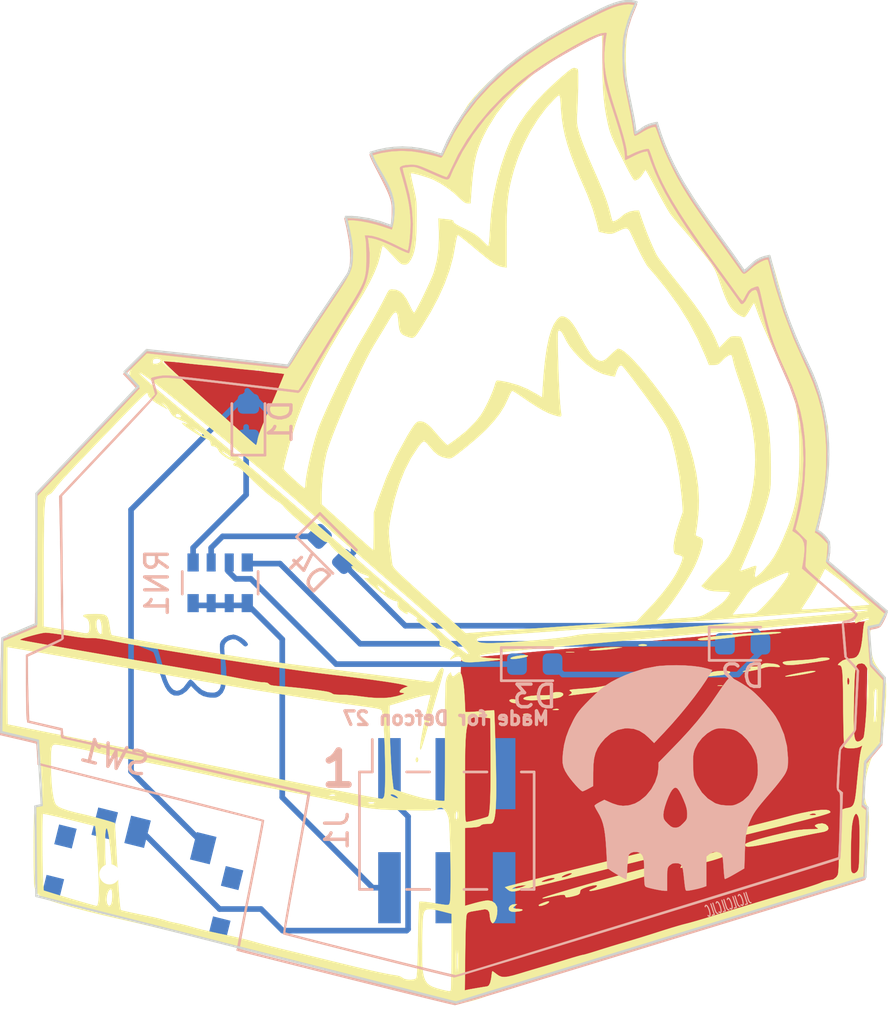
<source format=kicad_pcb>
(kicad_pcb (version 20171130) (host pcbnew 5.1.2)
  (layers (0 F.Cu signal) (31 B.Cu signal) (34 B.Paste user) (35 F.Paste user) (36 B.SilkS user) (37 F.SilkS user) (38 B.Mask user) (39 F.Mask user) (44 Edge.Cuts user))
  (net 0 "")
  (net 1 "Net-(D1-Pad1)")
  (net 2 VCC)
  (net 3 "Net-(D2-Pad1)")
  (net 4 "Net-(D3-Pad1)")
  (net 5 "Net-(D4-Pad1)")
  (net 6 +3V3)
  (net 7 VSS)
  (net 8 "Net-(J1-Pad3)")
  (net 9 "Net-(J1-Pad4)")
  (net 10 "Net-(J1-Pad5)")
  (net 11 "Net-(J1-Pad6)")
  (net 12 "Net-(SW1-Pad1)")
  (module SAO:BPSkull (layer B.Cu) (at 154 116.5 180)
    (fp_text reference Ref** hide)
    (fp_text value Val** hide)
  )
  (module NFCBuisness:W (layer B.Cu) (at 133.75 111 180)
    (fp_text reference Ref** hide)
    (fp_text value Val** hide)
    (fp_poly (pts (xy -1.630587 2.420899) (xy -1.447524 2.328559) (xy -1.311592 2.194757) (xy -1.304211 2.183555) (xy -1.265704 2.11344) (xy -1.244213 2.038839) (xy -1.23774 1.938094) (xy -1.244287 1.789546) (xy -1.255088 1.651) (xy -1.268682 1.442824) (xy -1.279873 1.184894) (xy -1.287394 0.912114) (xy -1.289962 0.690936) (xy -1.289221 0.458958) (xy -1.284387 0.294975) (xy -1.273305 0.182336) (xy -1.25382 0.10439) (xy -1.223775 0.044488) (xy -1.202268 0.013603) (xy -1.116398 -0.071274) (xy -1.002822 -0.111004) (xy -0.929984 -0.119227) (xy -0.68211 -0.100096) (xy -0.454281 -0.00289) (xy -0.240656 0.175182) (xy -0.185776 0.236175) (xy -0.081108 0.349759) (xy 0.009066 0.431822) (xy 0.066141 0.465547) (xy 0.068112 0.465666) (xy 0.123755 0.432548) (xy 0.197182 0.348904) (xy 0.229505 0.301607) (xy 0.376869 0.110873) (xy 0.526913 -0.003226) (xy 0.674284 -0.03902) (xy 0.813631 0.005163) (xy 0.907971 0.089777) (xy 0.988653 0.198585) (xy 1.058934 0.326542) (xy 1.126082 0.490779) (xy 1.197364 0.708426) (xy 1.255985 0.910166) (xy 1.31545 1.12099) (xy 1.377683 1.340443) (xy 1.431333 1.528529) (xy 1.442246 1.566558) (xy 1.521416 1.84195) (xy 1.949565 2.005418) (xy 2.167567 2.084028) (xy 2.315998 2.126297) (xy 2.401001 2.133773) (xy 2.422145 2.124455) (xy 2.452677 2.065526) (xy 2.41974 2.005855) (xy 2.317286 1.940366) (xy 2.13927 1.863979) (xy 2.089887 1.8454) (xy 1.930263 1.78316) (xy 1.799296 1.726134) (xy 1.71927 1.684217) (xy 1.708527 1.676067) (xy 1.680315 1.619963) (xy 1.636526 1.498254) (xy 1.582553 1.327363) (xy 1.52379 1.123712) (xy 1.507251 1.063196) (xy 1.396737 0.68139) (xy 1.290651 0.376432) (xy 1.184846 0.140938) (xy 1.075173 -0.032475) (xy 0.957485 -0.15119) (xy 0.827635 -0.222591) (xy 0.776069 -0.238398) (xy 0.602379 -0.241191) (xy 0.418574 -0.174646) (xy 0.246259 -0.047924) (xy 0.192569 0.009056) (xy 0.041511 0.185533) (xy -0.128458 0.008645) (xy -0.312966 -0.157866) (xy -0.496288 -0.260737) (xy -0.709082 -0.314778) (xy -0.823587 -0.327186) (xy -0.981029 -0.333485) (xy -1.090094 -0.317957) (xy -1.185756 -0.27362) (xy -1.227666 -0.246552) (xy -1.355913 -0.118677) (xy -1.447302 0.068507) (xy -1.502345 0.318683) (xy -1.521551 0.635539) (xy -1.505431 1.022758) (xy -1.460818 1.436924) (xy -1.432055 1.688127) (xy -1.424811 1.871541) (xy -1.442863 2.002167) (xy -1.489991 2.095003) (xy -1.569973 2.165049) (xy -1.656298 2.212878) (xy -1.801342 2.257899) (xy -1.939703 2.239415) (xy -2.087459 2.15265) (xy -2.203421 2.05035) (xy -2.298884 1.96489) (xy -2.361491 1.934189) (xy -2.413708 1.94891) (xy -2.426473 1.957639) (xy -2.473927 2.002339) (xy -2.467648 2.051331) (xy -2.429475 2.110518) (xy -2.32004 2.223928) (xy -2.167499 2.330713) (xy -2.002595 2.413218) (xy -1.856072 2.453788) (xy -1.829026 2.455333) (xy -1.630587 2.420899)) (layer B.Cu) (width 0.01))
  )
  (module SAO:dumpsterFireMiddle (layer F.Cu) (at 146.5 101.5)
    (fp_text reference Ref** hide)
    (fp_text value Val** hide)
  )
  (module LOGO (layer F.Cu) (at 145 103.25)
    (fp_text reference G*** hide)
    (fp_text value LOGO hide)
  )
  (module LOGO (layer F.Cu) (at 145 103.25)
    (fp_text reference G*** hide)
    (fp_text value LOGO hide)
    (fp_poly (pts (xy 18.691254 4.750342) (xy 18.692075 4.874373) (xy 18.690973 5.070962) (xy 18.688084 5.334071) (xy 18.683543 5.657664) (xy 18.677487 6.035704) (xy 18.670052 6.462156) (xy 18.661372 6.930982) (xy 18.651586 7.436146) (xy 18.640828 7.971611) (xy 18.629234 8.531342) (xy 18.616941 9.109301) (xy 18.604085 9.699453) (xy 18.590801 10.29576) (xy 18.577226 10.892186) (xy 18.563495 11.482695) (xy 18.549744 12.061251) (xy 18.536111 12.621816) (xy 18.522729 13.158355) (xy 18.509737 13.664831) (xy 18.497269 14.135207) (xy 18.485461 14.563447) (xy 18.47445 14.943514) (xy 18.464371 15.269373) (xy 18.455361 15.534986) (xy 18.447555 15.734317) (xy 18.44109 15.86133) (xy 18.436102 15.909988) (xy 18.435922 15.910231) (xy 18.393588 15.924635) (xy 18.274707 15.962189) (xy 18.083773 16.021531) (xy 17.825278 16.101294) (xy 17.503716 16.200115) (xy 17.123579 16.31663) (xy 16.689362 16.449474) (xy 16.205557 16.597284) (xy 15.676657 16.758694) (xy 15.107156 16.93234) (xy 14.501546 17.116859) (xy 13.864321 17.310885) (xy 13.199974 17.513055) (xy 12.512997 17.722005) (xy 11.807885 17.936369) (xy 11.08913 18.154784) (xy 10.361226 18.375885) (xy 9.628665 18.598309) (xy 8.895941 18.82069) (xy 8.167547 19.041664) (xy 7.447975 19.259868) (xy 6.74172 19.473937) (xy 6.053274 19.682506) (xy 5.38713 19.884212) (xy 4.747782 20.077689) (xy 4.139723 20.261574) (xy 3.567445 20.434503) (xy 3.035443 20.59511) (xy 2.548208 20.742033) (xy 2.110235 20.873906) (xy 1.726016 20.989365) (xy 1.400045 21.087046) (xy 1.136814 21.165585) (xy 0.940817 21.223617) (xy 0.840687 21.25285) (xy 0.728873 21.285116) (xy 0.703799 20.305142) (xy 0.700807 20.14938) (xy 0.697701 19.914499) (xy 0.694513 19.606045) (xy 0.691274 19.229565) (xy 0.688014 18.790605) (xy 0.684763 18.294712) (xy 0.681553 17.747433) (xy 0.678414 17.154315) (xy 0.675376 16.520904) (xy 0.672471 15.852747) (xy 0.669729 15.155391) (xy 0.667181 14.434383) (xy 0.664857 13.69527) (xy 0.662788 12.943597) (xy 0.66252 12.837584) (xy 0.660399 11.967887) (xy 0.658608 11.178963) (xy 0.65718 10.466917) (xy 0.656146 9.827855) (xy 0.655536 9.257882) (xy 0.655383 8.753105) (xy 0.655717 8.30963) (xy 0.656571 7.923562) (xy 0.657975 7.591007) (xy 0.65996 7.308072) (xy 0.662559 7.070862) (xy 0.665802 6.875483) (xy 0.669721 6.718041) (xy 0.674347 6.594642) (xy 0.679711 6.501391) (xy 0.685846 6.434396) (xy 0.692781 6.389761) (xy 0.700549 6.363592) (xy 0.709181 6.351996) (xy 0.714741 6.350413) (xy 0.762916 6.346592) (xy 0.891481 6.33529) (xy 1.096521 6.316867) (xy 1.374124 6.291683) (xy 1.720375 6.260099) (xy 2.131363 6.222475) (xy 2.603172 6.179172) (xy 3.131891 6.13055) (xy 3.713604 6.07697) (xy 4.3444 6.018792) (xy 5.020364 5.956376) (xy 5.737584 5.890083) (xy 6.492145 5.820273) (xy 7.280134 5.747307) (xy 8.097638 5.671545) (xy 8.940743 5.593347) (xy 9.728459 5.520232) (xy 10.590666 5.440251) (xy 11.430389 5.362508) (xy 12.243746 5.287354) (xy 13.026853 5.215145) (xy 13.775829 5.146232) (xy 14.486793 5.08097) (xy 15.155861 5.019712) (xy 15.779151 4.96281) (xy 16.352783 4.910618) (xy 16.872872 4.86349) (xy 17.335538 4.821779) (xy 17.736898 4.785837) (xy 18.073069 4.756018) (xy 18.340171 4.732676) (xy 18.53432 4.716163) (xy 18.651635 4.706834) (xy 18.688373 4.704903) (xy 18.691254 4.750342)) (layer F.Cu) (width 0.01))
    (fp_poly (pts (xy -15.793432 5.336157) (xy -15.311011 5.408097) (xy -14.809956 5.482787) (xy -14.304908 5.558046) (xy -13.81051 5.631693) (xy -13.341401 5.701548) (xy -12.912224 5.765431) (xy -12.537619 5.821159) (xy -12.234333 5.866241) (xy -11.152307 6.027038) (xy -10.108522 6.182264) (xy -9.105595 6.331529) (xy -8.14614 6.474439) (xy -7.232773 6.610604) (xy -6.368108 6.73963) (xy -5.554762 6.861126) (xy -4.795349 6.9747) (xy -4.092484 7.07996) (xy -3.448782 7.176513) (xy -2.866859 7.263967) (xy -2.34933 7.341931) (xy -1.89881 7.410013) (xy -1.517914 7.467819) (xy -1.209258 7.514959) (xy -0.975456 7.55104) (xy -0.819124 7.57567) (xy -0.742877 7.588457) (xy -0.735381 7.590174) (xy -0.766521 7.609695) (xy -0.865624 7.651384) (xy -1.020242 7.710907) (xy -1.217926 7.783926) (xy -1.446229 7.866105) (xy -1.692702 7.95311) (xy -1.944897 8.040603) (xy -2.190366 8.124248) (xy -2.41666 8.19971) (xy -2.611333 8.262651) (xy -2.761934 8.308737) (xy -2.856017 8.333631) (xy -2.878666 8.336752) (xy -2.930548 8.329528) (xy -3.061934 8.309423) (xy -3.268751 8.277091) (xy -3.546926 8.233183) (xy -3.892386 8.178352) (xy -4.301058 8.11325) (xy -4.768867 8.038531) (xy -5.291741 7.954847) (xy -5.865606 7.86285) (xy -6.486388 7.763194) (xy -7.150016 7.65653) (xy -7.852414 7.543511) (xy -8.58951 7.424791) (xy -9.357231 7.301021) (xy -10.151503 7.172854) (xy -10.968252 7.040942) (xy -11.144187 7.012512) (xy -11.963544 6.879979) (xy -12.760321 6.750868) (xy -13.530513 6.625837) (xy -14.270116 6.505545) (xy -14.975125 6.390651) (xy -15.641535 6.281813) (xy -16.265341 6.17969) (xy -16.842539 6.08494) (xy -17.369123 5.998223) (xy -17.84109 5.920196) (xy -18.254434 5.851519) (xy -18.60515 5.792851) (xy -18.889234 5.744849) (xy -19.102681 5.708172) (xy -19.241486 5.68348) (xy -19.301645 5.671431) (xy -19.303937 5.670506) (xy -19.268378 5.644152) (xy -19.169928 5.586032) (xy -19.020993 5.503095) (xy -18.833978 5.402289) (xy -18.682682 5.32253) (xy -18.061365 4.997881) (xy -15.793432 5.336157)) (layer F.Cu) (width 0.01))
    (fp_poly (pts (xy -12.440219 -6.804561) (xy -12.30977 -6.794006) (xy -12.109993 -6.775831) (xy -11.848311 -6.750771) (xy -11.532148 -6.719558) (xy -11.168929 -6.682928) (xy -10.766078 -6.641614) (xy -10.33102 -6.59635) (xy -9.871177 -6.54787) (xy -9.81758 -6.542179) (xy -9.356825 -6.493268) (xy -8.921159 -6.447114) (xy -8.51785 -6.404481) (xy -8.15417 -6.366133) (xy -7.837388 -6.332834) (xy -7.574774 -6.305348) (xy -7.373599 -6.284439) (xy -7.241131 -6.270871) (xy -7.184643 -6.265408) (xy -7.183261 -6.265333) (xy -7.154833 -6.233139) (xy -7.154333 -6.225833) (xy -7.17079 -6.178838) (xy -7.217475 -6.063876) (xy -7.290356 -5.890406) (xy -7.385405 -5.667888) (xy -7.498591 -5.405782) (xy -7.625883 -5.113545) (xy -7.708933 -4.924083) (xy -7.868796 -4.559599) (xy -7.997952 -4.26298) (xy -8.100089 -4.024724) (xy -8.178893 -3.835329) (xy -8.238052 -3.685295) (xy -8.281251 -3.56512) (xy -8.312178 -3.465302) (xy -8.33452 -3.376339) (xy -8.351964 -3.288731) (xy -8.358881 -3.249083) (xy -8.383087 -3.14828) (xy -8.409577 -3.095942) (xy -8.415668 -3.09375) (xy -8.451493 -3.121888) (xy -8.54494 -3.201962) (xy -8.690701 -3.32927) (xy -8.883469 -3.499105) (xy -9.117936 -3.706764) (xy -9.388795 -3.947542) (xy -9.690738 -4.216735) (xy -10.018456 -4.509637) (xy -10.366643 -4.821544) (xy -10.505178 -4.945834) (xy -10.945851 -5.342497) (xy -11.334957 -5.695108) (xy -11.67085 -6.002126) (xy -11.95188 -6.262007) (xy -12.1764 -6.47321) (xy -12.342762 -6.634193) (xy -12.449319 -6.743415) (xy -12.494422 -6.799332) (xy -12.493913 -6.806763) (xy -12.440219 -6.804561)) (layer F.Cu) (width 0.01))
  )
  (module LOGO (layer F.Cu) (at 145 103.25)
    (fp_text reference G*** hide)
    (fp_text value LOGO hide)
  )
  (module LOGO (layer F.Cu) (at 145 103.25)
    (fp_text reference G*** hide)
    (fp_text value LOGO hide)
  )
  (module Connector_PinHeader_2.54mm:PinHeader_2x03_P2.54mm_Vertical_SMD (layer B.Cu) (at 145.04 117.225 270)
    (fp_text reference J1 (at 0 4.87 90) (layer B.SilkS) (effects (justify mirror)))
    (fp_text value Conn_02x03_Odd_Even)
    (pad 1 smd rect (at -2.525 2.54 270) (size 3.15 1) (layers B.Cu B.Paste B.Mask) (net 6 +3V3))
    (pad 2 smd rect (at 2.525 2.54 270) (size 3.15 1) (layers B.Cu B.Paste B.Mask) (net 7 VSS))
    (pad 3 smd rect (at -2.525 0 270) (size 3.15 1) (layers B.Cu B.Paste B.Mask) (net 8 "Net-(J1-Pad3)"))
    (pad 4 smd rect (at 2.525 0 270) (size 3.15 1) (layers B.Cu B.Paste B.Mask) (net 9 "Net-(J1-Pad4)"))
    (pad 5 smd rect (at -2.525 -2.54 270) (size 3.15 1) (layers B.Cu B.Paste B.Mask) (net 10 "Net-(J1-Pad5)"))
    (pad 6 smd rect (at 2.525 -2.54 270) (size 3.15 1) (layers B.Cu B.Paste B.Mask) (net 11 "Net-(J1-Pad6)"))
  )
  (module Resistor_SMD:R_Array_Convex_4x0603 (layer B.Cu) (at 135 106.25 270)
    (fp_text reference RN1 (at 0 2.8 90) (layer B.SilkS) (effects (justify mirror)))
    (fp_text value 330)
    (pad 1 smd rect (at -0.9 1.2 270) (size 0.8 0.5) (layers B.Cu B.Paste B.Mask) (net 1 "Net-(D1-Pad1)"))
    (pad 3 smd rect (at -0.9 -0.4 270) (size 0.8 0.4) (layers B.Cu B.Paste B.Mask) (net 4 "Net-(D3-Pad1)"))
    (pad 2 smd rect (at -0.9 0.4 270) (size 0.8 0.4) (layers B.Cu B.Paste B.Mask) (net 5 "Net-(D4-Pad1)"))
    (pad 4 smd rect (at -0.9 -1.2 270) (size 0.8 0.5) (layers B.Cu B.Paste B.Mask) (net 3 "Net-(D2-Pad1)"))
    (pad 7 smd rect (at 0.9 0.4 270) (size 0.8 0.4) (layers B.Cu B.Paste B.Mask) (net 7 VSS))
    (pad 8 smd rect (at 0.9 1.2 270) (size 0.8 0.5) (layers B.Cu B.Paste B.Mask) (net 7 VSS))
    (pad 6 smd rect (at 0.9 -0.4 270) (size 0.8 0.4) (layers B.Cu B.Paste B.Mask) (net 7 VSS))
    (pad 5 smd rect (at 0.9 -1.2 270) (size 0.8 0.5) (layers B.Cu B.Paste B.Mask) (net 7 VSS))
  )
  (module BreadBoardPwr:SK-3296S_switch (layer B.Cu) (at 131.552751 119.517554 346)
    (fp_text reference SW1 (at -2.54 -5.08 166) (layer B.SilkS) (effects (justify mirror)))
    (fp_text value SW_SPDT)
    (pad 4 smd rect (at -3.8 1.15 346) (size 0.8 0.9) (layers B.Cu B.Paste B.Mask))
    (pad 4 smd rect (at 3.8 1.15 346) (size 0.8 0.9) (layers B.Cu B.Paste B.Mask))
    (pad 4 smd rect (at 3.81 -1.15 346) (size 0.8 0.9) (layers B.Cu B.Paste B.Mask))
    (pad 4 smd rect (at -3.8 -1.15 346) (size 0.8 0.9) (layers B.Cu B.Paste B.Mask))
    (pad 1 smd rect (at -2.25 -2.125 346) (size 0.9 1.25) (layers B.Cu B.Paste B.Mask) (net 12 "Net-(SW1-Pad1)"))
    (pad 2 smd rect (at -0.75 -2.125 346) (size 0.9 1.25) (layers B.Cu B.Paste B.Mask) (net 6 +3V3))
    (pad 3 smd rect (at 2.25 -2.125 346) (size 0.9 1.25) (layers B.Cu B.Paste B.Mask) (net 2 VCC))
    (pad "" np_thru_hole circle (at 1.5 0 346) (size 0.9 0.9) (drill 0.9) (layers *.Cu *.Mask))
    (pad "" np_thru_hole circle (at -1.5 0 346) (size 0.9 0.9) (drill 0.9) (layers *.Cu *.Mask))
  )
  (module LED_SMD:LED_0603_1608Metric (layer B.Cu) (at 136.25 99.1125 90)
    (fp_text reference D1 (at 0 1.43 90) (layer B.SilkS) (effects (justify mirror)))
    (fp_text value LED_Small)
    (pad 1 smd roundrect (at -0.7875 0 90) (size 0.875 0.95) (layers B.Cu B.Paste B.Mask) (net 1 "Net-(D1-Pad1)"))
    (pad 2 smd roundrect (at 0.7875 0 90) (size 0.875 0.95) (layers B.Cu B.Paste B.Mask) (net 2 VCC))
  )
  (module LED_SMD:LED_0603_1608Metric (layer B.Cu) (at 158.15 108.95)
    (fp_text reference D2 (at 0 1.43) (layer B.SilkS) (effects (justify mirror)))
    (fp_text value LED_Small)
    (pad 2 smd roundrect (at 0.7875 0) (size 0.875 0.95) (layers B.Cu B.Paste B.Mask) (net 2 VCC))
    (pad 1 smd roundrect (at -0.7875 0) (size 0.875 0.95) (layers B.Cu B.Paste B.Mask) (net 3 "Net-(D2-Pad1)"))
  )
  (module LED_SMD:LED_0603_1608Metric (layer B.Cu) (at 148.9375 109.85)
    (fp_text reference D3 (at 0 1.43) (layer B.SilkS) (effects (justify mirror)))
    (fp_text value LED_Small)
    (pad 1 smd roundrect (at -0.7875 0) (size 0.875 0.95) (layers B.Cu B.Paste B.Mask) (net 4 "Net-(D3-Pad1)"))
    (pad 2 smd roundrect (at 0.7875 0) (size 0.875 0.95) (layers B.Cu B.Paste B.Mask) (net 2 VCC))
  )
  (module LED_SMD:LED_0603_1608Metric (layer B.Cu) (at 139.95 104.75 315)
    (fp_text reference D4 (at 0 1.43 135) (layer B.SilkS) (effects (justify mirror)))
    (fp_text value LED_Small)
    (pad 2 smd roundrect (at 0.7875 0 315) (size 0.875 0.95) (layers B.Cu B.Paste B.Mask) (net 2 VCC))
    (pad 1 smd roundrect (at -0.7875 0 315) (size 0.875 0.95) (layers B.Cu B.Paste B.Mask) (net 5 "Net-(D4-Pad1)"))
  )
  (gr_text "Made for Defcon 27" (at 145 112.25) (layer B.SilkS) (effects (font (size 0.6 0.6)) (justify mirror)))
  (gr_text JLCJLCJLCJLC (at 157.5 120.5 18) (layer B.SilkS) (effects (font (size 0.5 0.2) (thickness 0.05)) (justify mirror)))
  (gr_text 1 (at 140.25 114.5) (layer B.SilkS) (effects (font (size 1.5 1.5) (thickness 0.3))))
  (gr_line (start 145.446561 124.830107) (end 126.854005 120.1162) (layer Edge.Cuts) (width 0.1))
  (gr_line (start 126.854005 120.1162) (end 126.80724 116.148797) (layer Edge.Cuts) (width 0.1))
  (gr_line (start 126.80724 116.148797) (end 127.093808 116.093497) (layer Edge.Cuts) (width 0.1))
  (gr_line (start 127.093808 116.093497) (end 126.9279 113.237872) (layer Edge.Cuts) (width 0.1))
  (gr_line (start 126.9279 113.237872) (end 125.298989 112.855782) (layer Edge.Cuts) (width 0.1))
  (gr_line (start 125.298989 112.855782) (end 125.349264 108.703065) (layer Edge.Cuts) (width 0.1))
  (gr_line (start 125.349264 108.703065) (end 126.856772 108.070002) (layer Edge.Cuts) (width 0.1))
  (gr_line (start 126.856772 108.070002) (end 126.856772 102.300689) (layer Edge.Cuts) (width 0.1))
  (gr_line (start 126.856772 102.300689) (end 131.372213 97.552062) (layer Edge.Cuts) (width 0.1))
  (gr_line (start 131.372213 97.552062) (end 130.768913 96.908542) (layer Edge.Cuts) (width 0.1))
  (gr_line (start 130.768913 96.908542) (end 131.743362 95.945777) (layer Edge.Cuts) (width 0.1))
  (gr_line (start 131.743362 95.945777) (end 138.003491 96.632029) (layer Edge.Cuts) (width 0.1))
  (gr_line (start 138.003491 96.632029) (end 138.654191 95.571759) (layer Edge.Cuts) (width 0.1))
  (gr_line (start 138.654191 95.571759) (end 139.325496 94.5527) (layer Edge.Cuts) (width 0.1))
  (gr_line (start 139.325496 94.5527) (end 140.68315 92.544668) (layer Edge.Cuts) (width 0.1))
  (gr_line (start 140.68315 92.544668) (end 140.779713 92.241319) (layer Edge.Cuts) (width 0.1))
  (gr_line (start 140.779713 92.241319) (end 140.82983 91.934487) (layer Edge.Cuts) (width 0.1))
  (gr_line (start 140.82983 91.934487) (end 140.840901 91.624726) (layer Edge.Cuts) (width 0.1))
  (gr_line (start 140.840901 91.624726) (end 140.820326 91.312592) (layer Edge.Cuts) (width 0.1))
  (gr_line (start 140.820326 91.312592) (end 140.775505 90.99864) (layer Edge.Cuts) (width 0.1))
  (gr_line (start 140.775505 90.99864) (end 140.713837 90.683424) (layer Edge.Cuts) (width 0.1))
  (gr_line (start 140.713837 90.683424) (end 140.56956 90.051421) (layer Edge.Cuts) (width 0.1))
  (gr_line (start 140.56956 90.051421) (end 140.82406 90.053353) (layer Edge.Cuts) (width 0.1))
  (gr_line (start 140.82406 90.053353) (end 141.07782 90.070815) (layer Edge.Cuts) (width 0.1))
  (gr_line (start 141.07782 90.070815) (end 141.58327 90.149194) (layer Edge.Cuts) (width 0.1))
  (gr_line (start 141.58327 90.149194) (end 142.086211 90.280292) (layer Edge.Cuts) (width 0.1))
  (gr_line (start 142.086211 90.280292) (end 142.586939 90.457841) (layer Edge.Cuts) (width 0.1))
  (gr_line (start 142.586939 90.457841) (end 142.648841 90.1795) (layer Edge.Cuts) (width 0.1))
  (gr_line (start 142.648841 90.1795) (end 142.680682 89.918626) (layer Edge.Cuts) (width 0.1))
  (gr_line (start 142.680682 89.918626) (end 142.685499 89.67362) (layer Edge.Cuts) (width 0.1))
  (gr_line (start 142.685499 89.67362) (end 142.666332 89.442882) (layer Edge.Cuts) (width 0.1))
  (gr_line (start 142.666332 89.442882) (end 142.626218 89.224812) (layer Edge.Cuts) (width 0.1))
  (gr_line (start 142.626218 89.224812) (end 142.568197 89.017809) (layer Edge.Cuts) (width 0.1))
  (gr_line (start 142.568197 89.017809) (end 142.495307 88.820275) (layer Edge.Cuts) (width 0.1))
  (gr_line (start 142.495307 88.820275) (end 142.410586 88.630609) (layer Edge.Cuts) (width 0.1))
  (gr_line (start 142.410586 88.630609) (end 142.217806 88.26848) (layer Edge.Cuts) (width 0.1))
  (gr_line (start 142.217806 88.26848) (end 142.014167 87.918625) (layer Edge.Cuts) (width 0.1))
  (gr_line (start 142.014167 87.918625) (end 141.823976 87.568244) (layer Edge.Cuts) (width 0.1))
  (gr_line (start 141.823976 87.568244) (end 141.671542 87.204538) (layer Edge.Cuts) (width 0.1))
  (gr_line (start 141.671542 87.204538) (end 142.000662 87.109453) (layer Edge.Cuts) (width 0.1))
  (gr_line (start 142.000662 87.109453) (end 142.343291 87.036883) (layer Edge.Cuts) (width 0.1))
  (gr_line (start 142.343291 87.036883) (end 142.701802 86.990784) (layer Edge.Cuts) (width 0.1))
  (gr_line (start 142.701802 86.990784) (end 143.078573 86.975118) (layer Edge.Cuts) (width 0.1))
  (gr_line (start 143.078573 86.975118) (end 143.475979 86.993842) (layer Edge.Cuts) (width 0.1))
  (gr_line (start 143.475979 86.993842) (end 143.896394 87.050917) (layer Edge.Cuts) (width 0.1))
  (gr_line (start 143.896394 87.050917) (end 144.342195 87.150301) (layer Edge.Cuts) (width 0.1))
  (gr_line (start 144.342195 87.150301) (end 144.815758 87.295955) (layer Edge.Cuts) (width 0.1))
  (gr_line (start 144.815758 87.295955) (end 145.090186 86.678776) (layer Edge.Cuts) (width 0.1))
  (gr_line (start 145.090186 86.678776) (end 145.398321 86.101634) (layer Edge.Cuts) (width 0.1))
  (gr_line (start 145.398321 86.101634) (end 145.736446 85.562732) (layer Edge.Cuts) (width 0.1))
  (gr_line (start 145.736446 85.562732) (end 146.100842 85.060271) (layer Edge.Cuts) (width 0.1))
  (gr_line (start 146.100842 85.060271) (end 146.487795 84.592455) (layer Edge.Cuts) (width 0.1))
  (gr_line (start 146.487795 84.592455) (end 146.893587 84.157486) (layer Edge.Cuts) (width 0.1))
  (gr_line (start 146.893587 84.157486) (end 147.314501 83.753567) (layer Edge.Cuts) (width 0.1))
  (gr_line (start 147.314501 83.753567) (end 147.74682 83.378901) (layer Edge.Cuts) (width 0.1))
  (gr_line (start 147.74682 83.378901) (end 148.186827 83.031689) (layer Edge.Cuts) (width 0.1))
  (gr_line (start 148.186827 83.031689) (end 148.630807 82.710135) (layer Edge.Cuts) (width 0.1))
  (gr_line (start 148.630807 82.710135) (end 149.07504 82.412441) (layer Edge.Cuts) (width 0.1))
  (gr_line (start 149.07504 82.412441) (end 149.515812 82.13681) (layer Edge.Cuts) (width 0.1))
  (gr_line (start 149.515812 82.13681) (end 150.372102 81.644546) (layer Edge.Cuts) (width 0.1))
  (gr_line (start 150.372102 81.644546) (end 151.169941 81.218964) (layer Edge.Cuts) (width 0.1))
  (gr_line (start 151.169941 81.218964) (end 151.86854 80.863015) (layer Edge.Cuts) (width 0.1))
  (gr_line (start 151.86854 80.863015) (end 152.174864 80.723085) (layer Edge.Cuts) (width 0.1))
  (gr_line (start 152.174864 80.723085) (end 152.458079 80.61302) (layer Edge.Cuts) (width 0.1))
  (gr_line (start 152.458079 80.61302) (end 152.72234 80.536201) (layer Edge.Cuts) (width 0.1))
  (gr_line (start 152.72234 80.536201) (end 152.971803 80.496003) (layer Edge.Cuts) (width 0.1))
  (gr_line (start 152.971803 80.496003) (end 153.210623 80.495807) (layer Edge.Cuts) (width 0.1))
  (gr_line (start 153.210623 80.495807) (end 153.442955 80.53899) (layer Edge.Cuts) (width 0.1))
  (gr_line (start 153.442955 80.53899) (end 153.246535 80.967388) (layer Edge.Cuts) (width 0.1))
  (gr_line (start 153.246535 80.967388) (end 153.095807 81.380284) (layer Edge.Cuts) (width 0.1))
  (gr_line (start 153.095807 81.380284) (end 152.986518 81.77912) (layer Edge.Cuts) (width 0.1))
  (gr_line (start 152.986518 81.77912) (end 152.914419 82.165338) (layer Edge.Cuts) (width 0.1))
  (gr_line (start 152.914419 82.165338) (end 152.875258 82.54038) (layer Edge.Cuts) (width 0.1))
  (gr_line (start 152.875258 82.54038) (end 152.864786 82.905689) (layer Edge.Cuts) (width 0.1))
  (gr_line (start 152.864786 82.905689) (end 152.87875 83.262707) (layer Edge.Cuts) (width 0.1))
  (gr_line (start 152.87875 83.262707) (end 152.912901 83.612876) (layer Edge.Cuts) (width 0.1))
  (gr_line (start 152.912901 83.612876) (end 153.02476 84.298435) (layer Edge.Cuts) (width 0.1))
  (gr_line (start 153.02476 84.298435) (end 153.166355 84.973906) (layer Edge.Cuts) (width 0.1))
  (gr_line (start 153.166355 84.973906) (end 153.303682 85.650824) (layer Edge.Cuts) (width 0.1))
  (gr_line (start 153.303682 85.650824) (end 153.360118 85.993432) (layer Edge.Cuts) (width 0.1))
  (gr_line (start 153.360118 85.993432) (end 153.402735 86.340729) (layer Edge.Cuts) (width 0.1))
  (gr_line (start 153.402735 86.340729) (end 153.588824 86.219886) (layer Edge.Cuts) (width 0.1))
  (gr_line (start 153.588824 86.219886) (end 153.759354 86.09665) (layer Edge.Cuts) (width 0.1))
  (gr_line (start 153.759354 86.09665) (end 153.861766 86.03767) (layer Edge.Cuts) (width 0.1))
  (gr_line (start 153.861766 86.03767) (end 153.987867 85.982334) (layer Edge.Cuts) (width 0.1))
  (gr_line (start 153.987867 85.982334) (end 154.146849 85.932057) (layer Edge.Cuts) (width 0.1))
  (gr_line (start 154.146849 85.932057) (end 154.347906 85.888254) (layer Edge.Cuts) (width 0.1))
  (gr_line (start 154.347906 85.888254) (end 154.495521 86.36587) (layer Edge.Cuts) (width 0.1))
  (gr_line (start 154.495521 86.36587) (end 154.66459 86.828162) (layer Edge.Cuts) (width 0.1))
  (gr_line (start 154.66459 86.828162) (end 154.853208 87.276491) (layer Edge.Cuts) (width 0.1))
  (gr_line (start 154.853208 87.276491) (end 155.059468 87.712218) (layer Edge.Cuts) (width 0.1))
  (gr_line (start 155.059468 87.712218) (end 155.281465 88.136705) (layer Edge.Cuts) (width 0.1))
  (gr_line (start 155.281465 88.136705) (end 155.517294 88.551312) (layer Edge.Cuts) (width 0.1))
  (gr_line (start 155.517294 88.551312) (end 156.022822 89.356332) (layer Edge.Cuts) (width 0.1))
  (gr_line (start 156.022822 89.356332) (end 156.560807 90.138169) (layer Edge.Cuts) (width 0.1))
  (gr_line (start 156.560807 90.138169) (end 157.116002 90.907713) (layer Edge.Cuts) (width 0.1))
  (gr_line (start 157.116002 90.907713) (end 157.673162 91.675853) (layer Edge.Cuts) (width 0.1))
  (gr_line (start 157.673162 91.675853) (end 158.217041 92.45348) (layer Edge.Cuts) (width 0.1))
  (gr_line (start 158.217041 92.45348) (end 158.337485 92.360437) (layer Edge.Cuts) (width 0.1))
  (gr_line (start 158.337485 92.360437) (end 158.445453 92.261636) (layer Edge.Cuts) (width 0.1))
  (gr_line (start 158.445453 92.261636) (end 158.659956 92.063372) (layer Edge.Cuts) (width 0.1))
  (gr_line (start 158.659956 92.063372) (end 158.784487 91.972216) (layer Edge.Cuts) (width 0.1))
  (gr_line (start 158.784487 91.972216) (end 158.932537 91.891914) (layer Edge.Cuts) (width 0.1))
  (gr_line (start 158.932537 91.891914) (end 159.113105 91.82662) (layer Edge.Cuts) (width 0.1))
  (gr_line (start 159.113105 91.82662) (end 159.335188 91.780488) (layer Edge.Cuts) (width 0.1))
  (gr_line (start 159.335188 91.780488) (end 159.641321 92.962147) (layer Edge.Cuts) (width 0.1))
  (gr_line (start 159.641321 92.962147) (end 159.818653 93.554693) (layer Edge.Cuts) (width 0.1))
  (gr_line (start 159.818653 93.554693) (end 160.015334 94.150594) (layer Edge.Cuts) (width 0.1))
  (gr_line (start 160.015334 94.150594) (end 160.233743 94.751509) (layer Edge.Cuts) (width 0.1))
  (gr_line (start 160.233743 94.751509) (end 160.47626 95.359096) (layer Edge.Cuts) (width 0.1))
  (gr_line (start 160.47626 95.359096) (end 160.745263 95.975015) (layer Edge.Cuts) (width 0.1))
  (gr_line (start 160.745263 95.975015) (end 161.043133 96.600924) (layer Edge.Cuts) (width 0.1))
  (gr_line (start 161.043133 96.600924) (end 161.234294 97.013942) (layer Edge.Cuts) (width 0.1))
  (gr_line (start 161.234294 97.013942) (end 161.402193 97.434516) (layer Edge.Cuts) (width 0.1))
  (gr_line (start 161.402193 97.434516) (end 161.547019 97.862289) (layer Edge.Cuts) (width 0.1))
  (gr_line (start 161.547019 97.862289) (end 161.668963 98.296908) (layer Edge.Cuts) (width 0.1))
  (gr_line (start 161.668963 98.296908) (end 161.768215 98.738016) (layer Edge.Cuts) (width 0.1))
  (gr_line (start 161.768215 98.738016) (end 161.844964 99.185258) (layer Edge.Cuts) (width 0.1))
  (gr_line (start 161.844964 99.185258) (end 161.8994 99.638279) (layer Edge.Cuts) (width 0.1))
  (gr_line (start 161.8994 99.638279) (end 161.931713 100.096723) (layer Edge.Cuts) (width 0.1))
  (gr_line (start 161.931713 100.096723) (end 161.942093 100.560236) (layer Edge.Cuts) (width 0.1))
  (gr_line (start 161.942093 100.560236) (end 161.93073 101.028461) (layer Edge.Cuts) (width 0.1))
  (gr_line (start 161.93073 101.028461) (end 161.897813 101.501044) (layer Edge.Cuts) (width 0.1))
  (gr_line (start 161.897813 101.501044) (end 161.843533 101.977629) (layer Edge.Cuts) (width 0.1))
  (gr_line (start 161.843533 101.977629) (end 161.768079 102.45786) (layer Edge.Cuts) (width 0.1))
  (gr_line (start 161.768079 102.45786) (end 161.671642 102.941383) (layer Edge.Cuts) (width 0.1))
  (gr_line (start 161.671642 102.941383) (end 161.55441 103.427842) (layer Edge.Cuts) (width 0.1))
  (gr_line (start 161.55441 103.427842) (end 161.416575 103.916882) (layer Edge.Cuts) (width 0.1))
  (gr_line (start 161.416575 103.916882) (end 161.588963 104.016309) (layer Edge.Cuts) (width 0.1))
  (gr_line (start 161.588963 104.016309) (end 161.735564 104.139376) (layer Edge.Cuts) (width 0.1))
  (gr_line (start 161.735564 104.139376) (end 161.860926 104.281911) (layer Edge.Cuts) (width 0.1))
  (gr_line (start 161.860926 104.281911) (end 161.969602 104.439742) (layer Edge.Cuts) (width 0.1))
  (gr_line (start 161.969602 104.439742) (end 161.988712 104.681995) (layer Edge.Cuts) (width 0.1))
  (gr_line (start 161.988712 104.681995) (end 161.979051 104.899584) (layer Edge.Cuts) (width 0.1))
  (gr_line (start 161.979051 104.899584) (end 161.944555 105.095893) (layer Edge.Cuts) (width 0.1))
  (gr_line (start 161.944555 105.095893) (end 161.889162 105.274308) (layer Edge.Cuts) (width 0.1))
  (gr_line (start 161.889162 105.274308) (end 164.543684 107.516575) (layer Edge.Cuts) (width 0.1))
  (gr_line (start 164.543684 107.516575) (end 164.221924 108.109819) (layer Edge.Cuts) (width 0.1))
  (gr_line (start 164.221924 108.109819) (end 163.729228 108.210371) (layer Edge.Cuts) (width 0.1))
  (gr_line (start 163.729228 108.210371) (end 163.859943 109.829227) (layer Edge.Cuts) (width 0.1))
  (gr_line (start 163.859943 109.829227) (end 164.443135 110.452636) (layer Edge.Cuts) (width 0.1))
  (gr_line (start 164.443135 110.452636) (end 164.302363 113.318314) (layer Edge.Cuts) (width 0.1))
  (gr_line (start 164.302363 113.318314) (end 163.588459 114.162935) (layer Edge.Cuts) (width 0.1))
  (gr_line (start 163.588459 114.162935) (end 163.487909 116.053275) (layer Edge.Cuts) (width 0.1))
  (gr_line (start 163.487909 116.053275) (end 163.678954 116.2041) (layer Edge.Cuts) (width 0.1))
  (gr_line (start 163.678954 116.2041) (end 163.585404 119.278043) (layer Edge.Cuts) (width 0.1))
  (gr_line (start 163.585404 119.278043) (end 145.446561 124.830107) (layer Edge.Cuts) (width 0.1))
  (gr_line (start 145.446561 124.830107) (end 145.446561 124.830107) (layer Edge.Cuts) (width 0.1))
  (segment (start 133.8 104.7) (end 136.15 102.35) (width 0.25) (layer B.Cu) (net 1))
  (segment (start 133.8 105.35) (end 133.8 104.7) (width 0.25) (layer B.Cu) (net 1))
  (segment (start 136.15 102.35) (end 136.15 99.35) (width 0.25) (layer B.Cu) (net 1))
  (segment (start 140.913433 104.582045) (end 137.581388 101.25) (width 0.25) (layer B.Cu) (net 2))
  (segment (start 140.506847 105.306847) (end 140.913433 104.900261) (width 0.25) (layer B.Cu) (net 2))
  (segment (start 140.913433 104.900261) (end 140.913433 104.582045) (width 0.25) (layer B.Cu) (net 2))
  (segment (start 137.581388 101.25) (end 137.581388 99.131388) (width 0.25) (layer B.Cu) (net 2))
  (segment (start 137.581388 99.131388) (end 136.2 97.75) (width 0.25) (layer B.Cu) (net 2))
  (segment (start 131.05 103.0125) (end 131.05 114.6) (width 0.25) (layer B.Cu) (net 2))
  (segment (start 136.25 97.8125) (end 131.05 103.0125) (width 0.25) (layer B.Cu) (net 2))
  (segment (start 131.05 114.6) (end 134.25 117.8) (width 0.25) (layer B.Cu) (net 2))
  (segment (start 150.186612 110.311612) (end 157.938388 110.311612) (width 0.25) (layer B.Cu) (net 2))
  (segment (start 149.725 109.85) (end 150.186612 110.311612) (width 0.25) (layer B.Cu) (net 2))
  (segment (start 157.938388 110.311612) (end 159 109.25) (width 0.25) (layer B.Cu) (net 2))
  (segment (start 159 109.25) (end 159 108.65) (width 0.25) (layer B.Cu) (net 2))
  (segment (start 158.49999 108.14999) (end 154.05001 108.14999) (width 0.25) (layer B.Cu) (net 2))
  (segment (start 159 108.65) (end 158.49999 108.14999) (width 0.25) (layer B.Cu) (net 2))
  (segment (start 154.05001 108.14999) (end 154.05 108.15) (width 0.25) (layer B.Cu) (net 2))
  (segment (start 154.05 108.15) (end 143.2 108.15) (width 0.25) (layer B.Cu) (net 2))
  (segment (start 143.2 108.15) (end 140.45 105.4) (width 0.25) (layer B.Cu) (net 2))
  (segment (start 157.3625 108.95) (end 141.2 108.95) (width 0.25) (layer B.Cu) (net 3))
  (segment (start 141.2 108.95) (end 137.65 105.4) (width 0.25) (layer B.Cu) (net 3))
  (segment (start 137.65 105.4) (end 136.3 105.4) (width 0.25) (layer B.Cu) (net 3))
  (segment (start 135.689999 106.075001) (end 135.35 105.735002) (width 0.25) (layer B.Cu) (net 4))
  (segment (start 136.360003 106.075001) (end 135.689999 106.075001) (width 0.25) (layer B.Cu) (net 4))
  (segment (start 148.15 109.85) (end 140.135002 109.85) (width 0.25) (layer B.Cu) (net 4))
  (segment (start 140.135002 109.85) (end 136.360003 106.075001) (width 0.25) (layer B.Cu) (net 4))
  (segment (start 135.35 105.735002) (end 135.35 105.4) (width 0.25) (layer B.Cu) (net 4))
  (segment (start 135.106847 104.193153) (end 134.6 104.7) (width 0.25) (layer B.Cu) (net 5))
  (segment (start 139.393153 104.193153) (end 135.106847 104.193153) (width 0.25) (layer B.Cu) (net 5))
  (segment (start 134.6 104.7) (end 134.6 105.35) (width 0.25) (layer B.Cu) (net 5))
  (segment (start 143.260001 121.650001) (end 137.765793 121.650001) (width 0.25) (layer B.Cu) (net 6))
  (segment (start 142.5 114.7) (end 142.5 115.775) (width 0.25) (layer B.Cu) (net 6))
  (segment (start 143.325001 121.585001) (end 143.260001 121.650001) (width 0.25) (layer B.Cu) (net 6))
  (segment (start 143.325001 116.600001) (end 143.325001 121.585001) (width 0.25) (layer B.Cu) (net 6))
  (segment (start 142.5 115.775) (end 143.325001 116.600001) (width 0.25) (layer B.Cu) (net 6))
  (segment (start 134.969045 120.694285) (end 131.52476 117.25) (width 0.25) (layer B.Cu) (net 6))
  (segment (start 137.765793 121.650001) (end 136.810077 120.694285) (width 0.25) (layer B.Cu) (net 6))
  (segment (start 136.810077 120.694285) (end 134.969045 120.694285) (width 0.25) (layer B.Cu) (net 6))
  (segment (start 131.52476 117.25) (end 131.25 117.25) (width 0.25) (layer B.Cu) (net 6))
  (segment (start 141.75 119.75) (end 137.75 115.75) (width 0.25) (layer B.Cu) (net 7))
  (segment (start 142.5 119.75) (end 141.75 119.75) (width 0.25) (layer B.Cu) (net 7))
  (segment (start 137.75 115.75) (end 137.75 108.75) (width 0.25) (layer B.Cu) (net 7))
  (segment (start 137.75 108.75) (end 136.25 107.25) (width 0.25) (layer B.Cu) (net 7))
  (segment (start 136.25 107.25) (end 133.75 107.25) (width 0.25) (layer B.Cu) (net 7))
)
</source>
